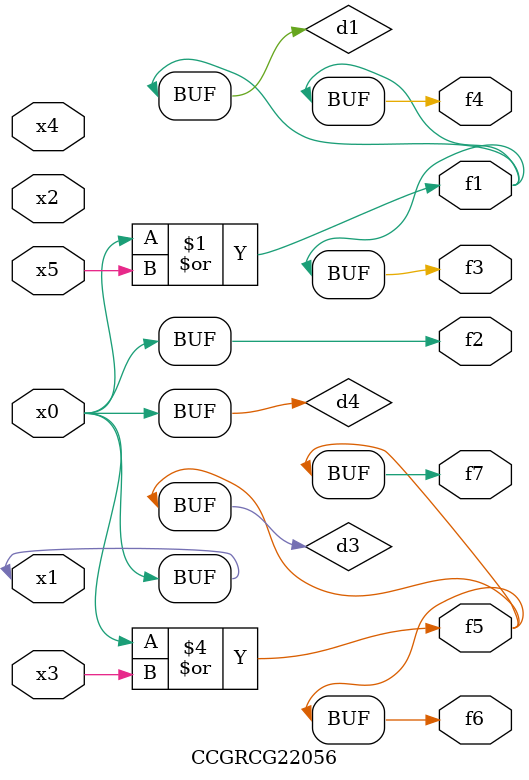
<source format=v>
module CCGRCG22056(
	input x0, x1, x2, x3, x4, x5,
	output f1, f2, f3, f4, f5, f6, f7
);

	wire d1, d2, d3, d4;

	or (d1, x0, x5);
	xnor (d2, x1, x4);
	or (d3, x0, x3);
	buf (d4, x0, x1);
	assign f1 = d1;
	assign f2 = d4;
	assign f3 = d1;
	assign f4 = d1;
	assign f5 = d3;
	assign f6 = d3;
	assign f7 = d3;
endmodule

</source>
